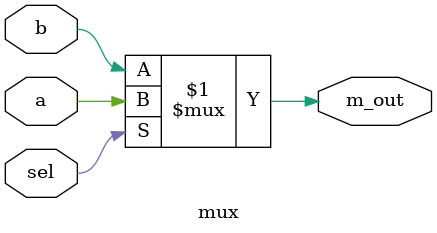
<source format=v>
module mux (m_out, a,b, sel);
	output m_out;
	input a, b;
	input sel;
	
	assign m_out = (sel)? a:b;
	
endmodule
</source>
